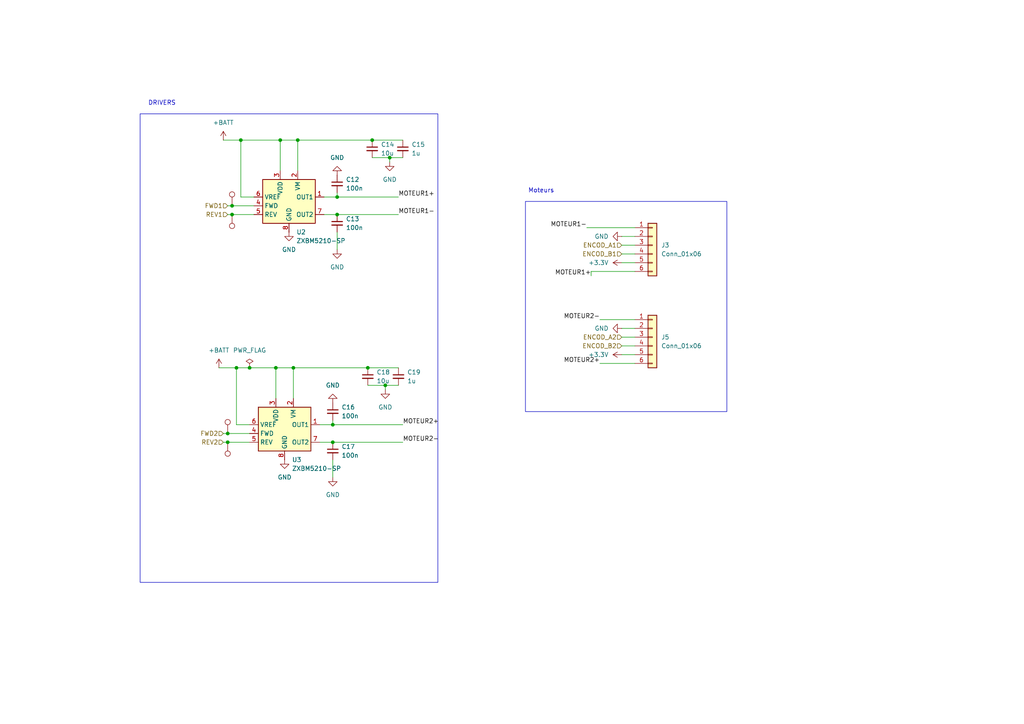
<source format=kicad_sch>
(kicad_sch (version 20250114) (generator "eeschema") (generator_version "9.0")
  (paper "A4")
  (lib_symbols
    (symbol "Connector:TestPoint" (pin_numbers (hide yes)) (pin_names (offset 0.762) (hide yes))
      (property "Reference" "TP" (at 0 6.858 0))
      (property "Value" "TestPoint" (at 0 5.08 0))
      (symbol "TestPoint_0_1"
        (circle (center 0 3.302) (radius 0.762))
      )
      (symbol "TestPoint_1_1"
        (pin passive line (at 0 0 90) (length 2.54) (name "1") (number "1"))
      )
    )
    (symbol "Connector_Generic:Conn_01x06" (pin_names (offset 1.016) (hide yes))
      (property "Reference" "J" (at 0 7.62 0))
      (property "Value" "Conn_01x06" (at 0 -10.16 0))
      (symbol "Conn_01x06_1_1"
        (rectangle (start -1.27 6.35) (end 1.27 -8.89) (stroke (width 0.254)) (fill (type background)))
        (rectangle (start -1.27 5.207) (end 0 4.953) (stroke (width 0.1524)))
        (rectangle (start -1.27 2.667) (end 0 2.413) (stroke (width 0.1524)))
        (rectangle (start -1.27 0.127) (end 0 -0.127) (stroke (width 0.1524)))
        (rectangle (start -1.27 -2.413) (end 0 -2.667) (stroke (width 0.1524)))
        (rectangle (start -1.27 -4.953) (end 0 -5.207) (stroke (width 0.1524)))
        (rectangle (start -1.27 -7.493) (end 0 -7.747) (stroke (width 0.1524)))
        (pin passive line (at -5.08 5.08 0) (length 3.81) (name "Pin_1") (number "1"))
        (pin passive line (at -5.08 2.54 0) (length 3.81) (name "Pin_2") (number "2"))
        (pin passive line (at -5.08 0 0) (length 3.81) (name "Pin_3") (number "3"))
        (pin passive line (at -5.08 -2.54 0) (length 3.81) (name "Pin_4") (number "4"))
        (pin passive line (at -5.08 -5.08 0) (length 3.81) (name "Pin_5") (number "5"))
        (pin passive line (at -5.08 -7.62 0) (length 3.81) (name "Pin_6") (number "6"))
      )
    )
    (symbol "Device:C_Small" (pin_numbers (hide yes)) (pin_names (offset 0.254) (hide yes))
      (property "Reference" "C" (at 0.254 1.778 0))
      (property "Value" "C_Small" (at 0.254 -2.032 0))
      (symbol "C_Small_0_1"
        (polyline (pts (xy -1.524 0.508) (xy 1.524 0.508)) (stroke (width 0.3048)))
        (polyline (pts (xy -1.524 -0.508) (xy 1.524 -0.508)) (stroke (width 0.3302)))
      )
      (symbol "C_Small_1_1"
        (pin passive line (at 0 2.54 270) (length 2.032) (name "~") (number "1"))
        (pin passive line (at 0 -2.54 90) (length 2.032) (name "~") (number "2"))
      )
    )
    (symbol "Driver_Motor:ZXBM5210-SP"
      (property "Reference" "U" (at -7.62 8.89 0))
      (property "Value" "ZXBM5210-SP" (at 10.16 8.89 0))
      (symbol "ZXBM5210-SP_0_0"
        (pin input line (at -10.16 2.54 0) (length 2.54) (name "VREF") (number "6"))
        (pin input line (at -10.16 0 0) (length 2.54) (name "FWD") (number "4"))
        (pin input line (at -10.16 -2.54 0) (length 2.54) (name "REV") (number "5"))
        (pin power_in line (at -2.54 10.16 270) (length 2.54) (name "VDD") (number "3"))
        (pin power_in line (at 0 -7.62 90) (length 2.54) (name "GND") (number "8"))
        (pin passive line (at 0 -7.62 90) (length 2.54) (hide yes) (name "GND") (number "9"))
        (pin power_in line (at 2.54 10.16 270) (length 2.54) (name "VM") (number "2"))
        (pin output line (at 10.16 2.54 180) (length 2.54) (name "OUT1") (number "1"))
        (pin output line (at 10.16 -2.54 180) (length 2.54) (name "OUT2") (number "7"))
      )
      (symbol "ZXBM5210-SP_0_1"
        (rectangle (start -7.62 7.62) (end 7.62 -5.08) (stroke (width 0.254)) (fill (type background)))
      )
    )
    (symbol "power:+3.3V" (power) (pin_numbers (hide yes)) (pin_names (offset 0) (hide yes))
      (property "Value" "+3.3V" (at 0 3.556 0))
      (symbol "+3.3V_0_1"
        (polyline (pts (xy -0.762 1.27) (xy 0 2.54)))
        (polyline (pts (xy 0 2.54) (xy 0.762 1.27)))
        (polyline (pts (xy 0 0) (xy 0 2.54)))
      )
      (symbol "+3.3V_1_1"
        (pin power_in line (at 0 0 90) (length 0) (name "~") (number "1"))
      )
    )
    (symbol "power:+BATT" (power) (pin_numbers (hide yes)) (pin_names (offset 0) (hide yes))
      (property "Value" "+BATT" (at 0 3.556 0))
      (symbol "+BATT_0_1"
        (polyline (pts (xy -0.762 1.27) (xy 0 2.54)))
        (polyline (pts (xy 0 2.54) (xy 0.762 1.27)))
        (polyline (pts (xy 0 0) (xy 0 2.54)))
      )
      (symbol "+BATT_1_1"
        (pin power_in line (at 0 0 90) (length 0) (name "~") (number "1"))
      )
    )
    (symbol "power:GND" (power) (pin_numbers (hide yes)) (pin_names (offset 0) (hide yes))
      (property "Value" "GND" (at 0 -3.81 0))
      (symbol "GND_0_1"
        (polyline (pts (xy 0 0) (xy 0 -1.27) (xy 1.27 -1.27) (xy 0 -2.54) (xy -1.27 -1.27) (xy 0 -1.27)))
      )
      (symbol "GND_1_1"
        (pin power_in line (at 0 0 270) (length 0) (name "~") (number "1"))
      )
    )
    (symbol "power:PWR_FLAG" (power) (pin_numbers (hide yes)) (pin_names (offset 0) (hide yes))
      (property "Value" "PWR_FLAG" (at 0 3.81 0))
      (symbol "PWR_FLAG_0_0"
        (pin power_out line (at 0 0 90) (length 0) (name "~") (number "1"))
      )
      (symbol "PWR_FLAG_0_1"
        (polyline (pts (xy 0 0) (xy 0 1.27) (xy -1.016 1.905) (xy 0 2.54) (xy 1.016 1.905) (xy 0 1.27)))
      )
    )
  )
  (rectangle (start 152.4 58.42) (end 210.82 119.38))
  (rectangle (start 40.64 33.02) (end 127 168.91))
  (text "DRIVERS" (at 46.99 29.972 0) (effects (font (size 1.27 1.27))))
  (text "Moteurs" (at 156.972 55.372 0) (effects (font (size 1.27 1.27))))
  (junction (at 111.76 111.76))
  (junction (at 66.04 128.27))
  (junction (at 68.58 106.68))
  (junction (at 72.39 106.68))
  (junction (at 80.01 106.68))
  (junction (at 96.52 123.19))
  (junction (at 67.31 62.23))
  (junction (at 97.79 62.23))
  (junction (at 97.79 57.15))
  (junction (at 113.03 45.72))
  (junction (at 69.85 40.64))
  (junction (at 66.04 125.73))
  (junction (at 81.28 40.64))
  (junction (at 96.52 128.27))
  (junction (at 85.09 106.68))
  (junction (at 107.95 40.64))
  (junction (at 86.36 40.64))
  (junction (at 106.68 106.68))
  (junction (at 67.31 59.69))
  (wire (pts (xy 173.99 105.41) (xy 184.15 105.41)))
  (wire (pts (xy 96.52 123.19) (xy 116.84 123.19)))
  (wire (pts (xy 72.39 123.19) (xy 68.58 123.19)))
  (wire (pts (xy 111.76 111.76) (xy 115.57 111.76)))
  (wire (pts (xy 97.79 57.15) (xy 115.57 57.15)))
  (wire (pts (xy 66.04 128.27) (xy 72.39 128.27)))
  (wire (pts (xy 64.77 125.73) (xy 66.04 125.73)))
  (wire (pts (xy 66.04 125.73) (xy 72.39 125.73)))
  (wire (pts (xy 67.31 59.69) (xy 73.66 59.69)))
  (wire (pts (xy 67.31 62.23) (xy 73.66 62.23)))
  (wire (pts (xy 180.34 102.87) (xy 184.15 102.87)))
  (wire (pts (xy 96.52 133.35) (xy 96.52 138.43)))
  (wire (pts (xy 97.79 62.23) (xy 115.57 62.23)))
  (wire (pts (xy 80.01 106.68) (xy 80.01 115.57)))
  (wire (pts (xy 85.09 106.68) (xy 106.68 106.68)))
  (wire (pts (xy 180.34 68.58) (xy 184.15 68.58)))
  (wire (pts (xy 171.45 78.74) (xy 184.15 78.74)))
  (wire (pts (xy 173.99 92.71) (xy 184.15 92.71)))
  (wire (pts (xy 68.58 106.68) (xy 72.39 106.68)))
  (wire (pts (xy 81.28 40.64) (xy 81.28 49.53)))
  (wire (pts (xy 64.77 128.27) (xy 66.04 128.27)))
  (wire (pts (xy 66.04 59.69) (xy 67.31 59.69)))
  (wire (pts (xy 180.34 76.2) (xy 184.15 76.2)))
  (wire (pts (xy 85.09 106.68) (xy 85.09 115.57)))
  (wire (pts (xy 72.39 106.68) (xy 80.01 106.68)))
  (wire (pts (xy 86.36 40.64) (xy 107.95 40.64)))
  (wire (pts (xy 113.03 45.72) (xy 113.03 46.99)))
  (wire (pts (xy 92.71 123.19) (xy 96.52 123.19)))
  (wire (pts (xy 170.18 66.04) (xy 184.15 66.04)))
  (wire (pts (xy 92.71 128.27) (xy 96.52 128.27)))
  (wire (pts (xy 180.34 100.33) (xy 184.15 100.33)))
  (wire (pts (xy 180.34 73.66) (xy 184.15 73.66)))
  (wire (pts (xy 96.52 121.92) (xy 96.52 123.19)))
  (wire (pts (xy 107.95 40.64) (xy 116.84 40.64)))
  (wire (pts (xy 73.66 57.15) (xy 69.85 57.15)))
  (wire (pts (xy 180.34 71.12) (xy 184.15 71.12)))
  (wire (pts (xy 63.5 106.68) (xy 68.58 106.68)))
  (wire (pts (xy 107.95 45.72) (xy 113.03 45.72)))
  (wire (pts (xy 68.58 106.68) (xy 68.58 123.19)))
  (wire (pts (xy 69.85 40.64) (xy 81.28 40.64)))
  (wire (pts (xy 66.04 62.23) (xy 67.31 62.23)))
  (wire (pts (xy 93.98 62.23) (xy 97.79 62.23)))
  (wire (pts (xy 113.03 45.72) (xy 116.84 45.72)))
  (wire (pts (xy 180.34 97.79) (xy 184.15 97.79)))
  (wire (pts (xy 111.76 111.76) (xy 111.76 113.03)))
  (wire (pts (xy 81.28 40.64) (xy 86.36 40.64)))
  (wire (pts (xy 97.79 67.31) (xy 97.79 72.39)))
  (wire (pts (xy 106.68 111.76) (xy 111.76 111.76)))
  (wire (pts (xy 69.85 40.64) (xy 69.85 57.15)))
  (wire (pts (xy 171.45 78.74) (xy 171.45 80.01)))
  (wire (pts (xy 97.79 55.88) (xy 97.79 57.15)))
  (wire (pts (xy 86.36 40.64) (xy 86.36 49.53)))
  (wire (pts (xy 93.98 57.15) (xy 97.79 57.15)))
  (wire (pts (xy 106.68 106.68) (xy 115.57 106.68)))
  (wire (pts (xy 64.77 40.64) (xy 69.85 40.64)))
  (wire (pts (xy 180.34 95.25) (xy 184.15 95.25)))
  (wire (pts (xy 80.01 106.68) (xy 85.09 106.68)))
  (wire (pts (xy 96.52 128.27) (xy 116.84 128.27)))
  (label "MOTEUR2+" (at 116.84 123.19 0))
  (label "MOTEUR2-" (at 116.84 128.27 0))
  (label "MOTEUR1+" (at 115.57 57.15 0))
  (label "MOTEUR1-" (at 170.18 66.04 180))
  (label "MOTEUR1-" (at 115.57 62.23 0))
  (label "MOTEUR2-" (at 173.99 92.71 180))
  (label "MOTEUR1+" (at 171.45 80.01 180))
  (label "MOTEUR2+" (at 173.99 105.41 180))
  (hierarchical_label "FWD1" (shape input) (at 66.04 59.69 180))
  (hierarchical_label "ENCOD_B1" (shape input) (at 180.34 73.66 180))
  (hierarchical_label "ENCOD_B2" (shape input) (at 180.34 100.33 180))
  (hierarchical_label "FWD2" (shape input) (at 64.77 125.73 180))
  (hierarchical_label "ENCOD_A1" (shape input) (at 180.34 71.12 180))
  (hierarchical_label "REV1" (shape input) (at 66.04 62.23 180))
  (hierarchical_label "REV2" (shape input) (at 64.77 128.27 180))
  (hierarchical_label "ENCOD_A2" (shape input) (at 180.34 97.79 180))
  (symbol (lib_id "power:PWR_FLAG") (at 72.39 106.68 0) (unit 1)
    (property "Reference" "#FLG03" (effects (hide yes)))
    (property "Value" "PWR_FLAG" (at 72.39 101.6 0))
    (property "Description" "Special symbol for telling ERC where power comes from" (effects (hide yes)))
  )
  (symbol (lib_id "power:GND") (at 113.03 46.99 0) (unit 1)
    (property "Reference" "#PWR021" (effects (hide yes)))
    (property "Value" "GND" (at 113.03 52.07 0))
    (property "Description" "Power symbol creates a global label with name \"GND\" , ground" (effects (hide yes)))
  )
  (symbol (lib_id "power:GND") (at 180.34 68.58 270) (unit 1)
    (property "Reference" "#PWR039" (effects (hide yes)))
    (property "Value" "GND" (at 176.53 68.5799 90) (effects (justify right)))
    (property "Description" "Power symbol creates a global label with name \"GND\" , ground" (effects (hide yes)))
  )
  (symbol (lib_id "power:+3.3V") (at 180.34 102.87 90) (unit 1)
    (property "Reference" "#PWR045" (effects (hide yes)))
    (property "Value" "+3.3V" (at 176.53 102.8699 90) (effects (justify left)))
    (property "Description" "Power symbol creates a global label with name \"+3.3V\"" (effects (hide yes)))
  )
  (symbol (lib_id "Device:C_Small") (at 96.52 119.38 0) (unit 1)
    (property "Reference" "C16" (at 99.06 118.1162 0) (effects (justify left)))
    (property "Value" "100n" (at 99.06 120.6562 0) (effects (justify left)))
    (property "Footprint" "Capacitor_SMD:C_0402_1005Metric" (effects (hide yes)))
    (property "Description" "Unpolarized capacitor, small symbol" (effects (hide yes)))
  )
  (symbol (lib_id "Connector:TestPoint") (at 66.04 125.73 0) (unit 1)
    (property "Reference" "TP3" (effects (hide yes)))
    (property "Value" "TestPoint" (effects (hide yes)))
    (property "Footprint" "TestPoint:TestPoint_Pad_D1.0mm" (effects (hide yes)))
    (property "Description" "test point" (effects (hide yes)))
  )
  (symbol (lib_id "power:GND") (at 111.76 113.03 0) (unit 1)
    (property "Reference" "#PWR025" (effects (hide yes)))
    (property "Value" "GND" (at 111.76 118.11 0))
    (property "Description" "Power symbol creates a global label with name \"GND\" , ground" (effects (hide yes)))
  )
  (symbol (lib_id "power:+3.3V") (at 180.34 76.2 90) (unit 1)
    (property "Reference" "#PWR043" (effects (hide yes)))
    (property "Value" "+3.3V" (at 176.53 76.1999 90) (effects (justify left)))
    (property "Description" "Power symbol creates a global label with name \"+3.3V\"" (effects (hide yes)))
  )
  (symbol (lib_id "power:GND") (at 97.79 50.8 180) (unit 1)
    (property "Reference" "#PWR020" (effects (hide yes)))
    (property "Value" "GND" (at 97.79 45.72 0))
    (property "Description" "Power symbol creates a global label with name \"GND\" , ground" (effects (hide yes)))
  )
  (symbol (lib_id "Connector_Generic:Conn_01x06") (at 189.23 97.79 0) (unit 1)
    (property "Reference" "J5" (at 191.77 97.7899 0) (effects (justify left)))
    (property "Value" "Conn_01x06" (at 191.77 100.3299 0) (effects (justify left)))
    (property "Footprint" "Connector_JST:JST_XH_S6B-XH-A_1x06_P2.50mm_Horizontal" (effects (hide yes)))
    (property "Description" "Generic connector, single row, 01x06, script generated (kicad-library-utils/schlib/autogen/connector/)" (effects (hide yes)))
    (property "MPN" "DfRobot FIT0521" (effects (hide yes)))
  )
  (symbol (lib_id "power:GND") (at 96.52 138.43 0) (unit 1)
    (property "Reference" "#PWR024" (effects (hide yes)))
    (property "Value" "GND" (at 96.52 143.51 0))
    (property "Description" "Power symbol creates a global label with name \"GND\" , ground" (effects (hide yes)))
  )
  (symbol (lib_id "Connector:TestPoint") (at 67.31 62.23 180) (unit 1)
    (property "Reference" "TP2" (effects (hide yes)))
    (property "Value" "TestPoint" (effects (hide yes)))
    (property "Footprint" "TestPoint:TestPoint_Pad_D1.0mm" (effects (hide yes)))
    (property "Description" "test point" (effects (hide yes)))
  )
  (symbol (lib_id "power:GND") (at 83.82 67.31 0) (unit 1)
    (property "Reference" "#PWR016" (effects (hide yes)))
    (property "Value" "GND" (at 83.82 72.39 0))
    (property "Description" "Power symbol creates a global label with name \"GND\" , ground" (effects (hide yes)))
  )
  (symbol (lib_id "Device:C_Small") (at 116.84 43.18 0) (unit 1)
    (property "Reference" "C15" (at 119.38 41.9162 0) (effects (justify left)))
    (property "Value" "1u" (at 119.38 44.4562 0) (effects (justify left)))
    (property "Footprint" "Capacitor_SMD:C_0402_1005Metric" (effects (hide yes)))
    (property "Description" "Unpolarized capacitor, small symbol" (effects (hide yes)))
  )
  (symbol (lib_id "Device:C_Small") (at 97.79 64.77 0) (unit 1)
    (property "Reference" "C13" (at 100.33 63.5062 0) (effects (justify left)))
    (property "Value" "100n" (at 100.33 66.0462 0) (effects (justify left)))
    (property "Footprint" "Capacitor_SMD:C_0402_1005Metric" (effects (hide yes)))
    (property "Description" "Unpolarized capacitor, small symbol" (effects (hide yes)))
  )
  (symbol (lib_id "Connector:TestPoint") (at 67.31 59.69 0) (unit 1)
    (property "Reference" "TP1" (effects (hide yes)))
    (property "Value" "TestPoint" (effects (hide yes)))
    (property "Footprint" "TestPoint:TestPoint_Pad_D1.0mm" (effects (hide yes)))
    (property "Description" "test point" (effects (hide yes)))
  )
  (symbol (lib_id "Device:C_Small") (at 106.68 109.22 0) (unit 1)
    (property "Reference" "C18" (at 109.22 107.9562 0) (effects (justify left)))
    (property "Value" "10u" (at 109.22 110.4962 0) (effects (justify left)))
    (property "Footprint" "Capacitor_SMD:C_0402_1005Metric" (effects (hide yes)))
    (property "Description" "Unpolarized capacitor, small symbol" (effects (hide yes)))
  )
  (symbol (lib_id "Driver_Motor:ZXBM5210-SP") (at 83.82 59.69 0) (unit 1)
    (property "Reference" "U2" (at 85.9633 67.31 0) (effects (justify left)))
    (property "Value" "ZXBM5210-SP" (at 85.9633 69.85 0) (effects (justify left)))
    (property "Footprint" "Package_SO:Diodes_SO-8EP" (effects (hide yes)))
    (property "Datasheet" "https://www.diodes.com/assets/Datasheets/ZXBM5210.pdf" (effects (hide yes)))
    (property "Description" "Reversible DC motor drive with speed control, 3-18V, 0.85A, SOIC-8EP" (effects (hide yes)))
    (property "MPN" "ZXBM5210-SP" (effects (hide yes)))
  )
  (symbol (lib_id "Driver_Motor:ZXBM5210-SP") (at 82.55 125.73 0) (unit 1)
    (property "Reference" "U3" (at 84.6933 133.35 0) (effects (justify left)))
    (property "Value" "ZXBM5210-SP" (at 84.6933 135.89 0) (effects (justify left)))
    (property "Footprint" "Package_SO:Diodes_SO-8EP" (effects (hide yes)))
    (property "Datasheet" "https://www.diodes.com/assets/Datasheets/ZXBM5210.pdf" (effects (hide yes)))
    (property "Description" "Reversible DC motor drive with speed control, 3-18V, 0.85A, SOIC-8EP" (effects (hide yes)))
    (property "MPN" "ZXBM5210-SP" (effects (hide yes)))
  )
  (symbol (lib_id "Device:C_Small") (at 97.79 53.34 0) (unit 1)
    (property "Reference" "C12" (at 100.33 52.0762 0) (effects (justify left)))
    (property "Value" "100n" (at 100.33 54.6162 0) (effects (justify left)))
    (property "Footprint" "Capacitor_SMD:C_0402_1005Metric" (effects (hide yes)))
    (property "Description" "Unpolarized capacitor, small symbol" (effects (hide yes)))
  )
  (symbol (lib_id "Connector:TestPoint") (at 66.04 128.27 180) (unit 1)
    (property "Reference" "TP4" (effects (hide yes)))
    (property "Value" "TestPoint" (effects (hide yes)))
    (property "Footprint" "TestPoint:TestPoint_Pad_D1.0mm" (effects (hide yes)))
    (property "Description" "test point" (effects (hide yes)))
  )
  (symbol (lib_id "Device:C_Small") (at 107.95 43.18 0) (unit 1)
    (property "Reference" "C14" (at 110.49 41.9162 0) (effects (justify left)))
    (property "Value" "10u" (at 110.49 44.4562 0) (effects (justify left)))
    (property "Footprint" "Capacitor_SMD:C_0402_1005Metric" (effects (hide yes)))
    (property "Description" "Unpolarized capacitor, small symbol" (effects (hide yes)))
  )
  (symbol (lib_id "power:GND") (at 180.34 95.25 270) (unit 1)
    (property "Reference" "#PWR044" (effects (hide yes)))
    (property "Value" "GND" (at 176.53 95.2499 90) (effects (justify right)))
    (property "Description" "Power symbol creates a global label with name \"GND\" , ground" (effects (hide yes)))
  )
  (symbol (lib_id "power:GND") (at 82.55 133.35 0) (unit 1)
    (property "Reference" "#PWR022" (effects (hide yes)))
    (property "Value" "GND" (at 82.55 138.43 0))
    (property "Description" "Power symbol creates a global label with name \"GND\" , ground" (effects (hide yes)))
  )
  (symbol (lib_id "power:+BATT") (at 64.77 40.64 0) (unit 1)
    (property "Reference" "#PWR018" (effects (hide yes)))
    (property "Value" "+BATT" (at 64.77 35.56 0))
    (property "Description" "Power symbol creates a global label with name \"+BATT\"" (effects (hide yes)))
  )
  (symbol (lib_id "power:+BATT") (at 63.5 106.68 0) (unit 1)
    (property "Reference" "#PWR017" (effects (hide yes)))
    (property "Value" "+BATT" (at 63.5 101.6 0))
    (property "Description" "Power symbol creates a global label with name \"+BATT\"" (effects (hide yes)))
  )
  (symbol (lib_id "power:GND") (at 97.79 72.39 0) (unit 1)
    (property "Reference" "#PWR019" (effects (hide yes)))
    (property "Value" "GND" (at 97.79 77.47 0))
    (property "Description" "Power symbol creates a global label with name \"GND\" , ground" (effects (hide yes)))
  )
  (symbol (lib_id "Connector_Generic:Conn_01x06") (at 189.23 71.12 0) (unit 1)
    (property "Reference" "J3" (at 191.77 71.1199 0) (effects (justify left)))
    (property "Value" "Conn_01x06" (at 191.77 73.6599 0) (effects (justify left)))
    (property "Footprint" "Connector_JST:JST_XH_S6B-XH-A_1x06_P2.50mm_Horizontal" (effects (hide yes)))
    (property "Description" "Generic connector, single row, 01x06, script generated (kicad-library-utils/schlib/autogen/connector/)" (effects (hide yes)))
    (property "MPN" "DfRobot FIT0521" (effects (hide yes)))
  )
  (symbol (lib_id "power:GND") (at 96.52 116.84 180) (unit 1)
    (property "Reference" "#PWR023" (effects (hide yes)))
    (property "Value" "GND" (at 96.52 111.76 0))
    (property "Description" "Power symbol creates a global label with name \"GND\" , ground" (effects (hide yes)))
  )
  (symbol (lib_id "Device:C_Small") (at 96.52 130.81 0) (unit 1)
    (property "Reference" "C17" (at 99.06 129.5462 0) (effects (justify left)))
    (property "Value" "100n" (at 99.06 132.0862 0) (effects (justify left)))
    (property "Footprint" "Capacitor_SMD:C_0402_1005Metric" (effects (hide yes)))
    (property "Description" "Unpolarized capacitor, small symbol" (effects (hide yes)))
  )
  (symbol (lib_id "Device:C_Small") (at 115.57 109.22 0) (unit 1)
    (property "Reference" "C19" (at 118.11 107.9562 0) (effects (justify left)))
    (property "Value" "1u" (at 118.11 110.4962 0) (effects (justify left)))
    (property "Footprint" "Capacitor_SMD:C_0402_1005Metric" (effects (hide yes)))
    (property "Description" "Unpolarized capacitor, small symbol" (effects (hide yes)))
  )
)
</source>
